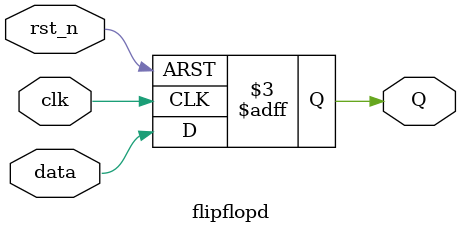
<source format=v>
module flipflopd
(
	 input data,
    input clk,
	 input rst_n,
	 output reg Q
	 
    );
	 
	/* wire w1, w2, q_n;
	 
	 assign w1 = ~(data & clk);// SET
	 assign w2 = ~(~data & clk);// RESET
	 
	 assign Q = ~(w1 & q_n);//salida Q
	 assign q_n = ~(w2 & Q);*/
	 
	 always @ (negedge rst_n or posedge clk)
begin
	// Reset whenever the reset signal goes low, regardless of the clock
	if (!rst_n)
	begin
		Q <= 1'b0;
	end
	// If not resetting, update the register output on the clock's rising edge
	else
	begin
		Q <= data;
	end
end


endmodule 
</source>
